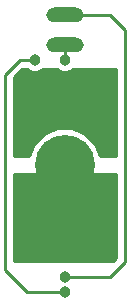
<source format=gbl>
G04 #@! TF.GenerationSoftware,KiCad,Pcbnew,5.0.0-fee4fd1~65~ubuntu17.10.1*
G04 #@! TF.CreationDate,2018-08-22T05:20:18-04:00*
G04 #@! TF.ProjectId,rgb-dots,7267622D646F74732E6B696361645F70,B*
G04 #@! TF.SameCoordinates,Original*
G04 #@! TF.FileFunction,Copper,L2,Bot,Signal*
G04 #@! TF.FilePolarity,Positive*
%FSLAX46Y46*%
G04 Gerber Fmt 4.6, Leading zero omitted, Abs format (unit mm)*
G04 Created by KiCad (PCBNEW 5.0.0-fee4fd1~65~ubuntu17.10.1) date Wed Aug 22 05:20:18 2018*
%MOMM*%
%LPD*%
G01*
G04 APERTURE LIST*
G04 #@! TA.AperFunction,SMDPad,CuDef*
%ADD10O,3.175000X1.270000*%
G04 #@! TD*
G04 #@! TA.AperFunction,ComponentPad*
%ADD11C,5.080000*%
G04 #@! TD*
G04 #@! TA.AperFunction,ViaPad*
%ADD12C,1.016000*%
G04 #@! TD*
G04 #@! TA.AperFunction,SMDPad,CuDef*
%ADD13R,3.810000X2.540000*%
G04 #@! TD*
G04 #@! TA.AperFunction,ViaPad*
%ADD14C,1.270000*%
G04 #@! TD*
G04 #@! TA.AperFunction,ViaPad*
%ADD15C,0.965200*%
G04 #@! TD*
G04 #@! TA.AperFunction,Conductor*
%ADD16C,0.406400*%
G04 #@! TD*
G04 #@! TA.AperFunction,Conductor*
%ADD17C,0.254000*%
G04 #@! TD*
%ADD18C,0.350000*%
G04 APERTURE END LIST*
D10*
G04 #@! TO.P,J1,1*
G04 #@! TO.N,/DIN*
X146050000Y-91440000D03*
G04 #@! TD*
G04 #@! TO.P,J6,1*
G04 #@! TO.N,/DOUT*
X146050000Y-88900000D03*
G04 #@! TD*
D11*
G04 #@! TO.P,H1,P*
G04 #@! TO.N,GND*
X146050000Y-101600000D03*
D12*
G04 #@! TD*
G04 #@! TO.N,GND*
G04 #@! TO.C,H1*
X146050000Y-99695000D03*
G04 #@! TO.N,GND*
G04 #@! TO.C,H1*
X144400222Y-100647500D03*
X144400222Y-102552500D03*
X146050000Y-103505000D03*
X147699778Y-102552500D03*
X147699778Y-100647500D03*
G04 #@! TD*
D13*
G04 #@! TO.P,J2,1*
G04 #@! TO.N,+5V*
X143510000Y-96520000D03*
G04 #@! TD*
G04 #@! TO.P,J3,1*
G04 #@! TO.N,GND*
X143510000Y-106680000D03*
G04 #@! TD*
G04 #@! TO.P,J4,1*
G04 #@! TO.N,+5V*
X148590000Y-96520000D03*
G04 #@! TD*
G04 #@! TO.P,J5,1*
G04 #@! TO.N,GND*
X148590000Y-106680000D03*
G04 #@! TD*
D14*
G04 #@! TO.N,+5V*
X149860000Y-100330000D03*
X149860000Y-99060000D03*
X148618354Y-99031646D03*
X146050000Y-97790000D03*
X146050000Y-95885000D03*
G04 #@! TO.N,GND*
X142240000Y-102870000D03*
X142240000Y-104140000D03*
X143510000Y-104140000D03*
X146050000Y-105410000D03*
X146050000Y-107315000D03*
D15*
G04 #@! TO.N,/DIN*
X146061607Y-92721565D03*
G04 #@! TO.N,/DOUT*
X146050000Y-111125000D03*
G04 #@! TO.N,Net-(U1-Pad2)*
X143509992Y-92710000D03*
X146050000Y-112395000D03*
G04 #@! TD*
D16*
G04 #@! TO.N,+5V*
X149860000Y-99060000D02*
X149860000Y-100330000D01*
X148590000Y-96520000D02*
X148590000Y-99003292D01*
X148590000Y-99003292D02*
X148618354Y-99031646D01*
X149225000Y-96520000D02*
X146685000Y-96520000D01*
X146685000Y-96520000D02*
X146050000Y-95885000D01*
G04 #@! TO.N,GND*
X142240000Y-104140000D02*
X142240000Y-102870000D01*
X143510000Y-106680000D02*
X143510000Y-104140000D01*
X149225000Y-106680000D02*
X146685000Y-106680000D01*
X146685000Y-106680000D02*
X146050000Y-107315000D01*
D17*
G04 #@! TO.N,/DIN*
X146050000Y-92709958D02*
X146061607Y-92721565D01*
X146050000Y-91440000D02*
X146050000Y-92709958D01*
G04 #@! TO.N,/DOUT*
X146050000Y-111125000D02*
X149860000Y-111125000D01*
X149860000Y-111125000D02*
X151130000Y-109855000D01*
X151130000Y-109855000D02*
X151130000Y-90170000D01*
X151130000Y-90170000D02*
X149860000Y-88900000D01*
X149860000Y-88900000D02*
X146050000Y-88900000D01*
G04 #@! TO.N,Net-(U1-Pad2)*
X146050000Y-112395000D02*
X142875000Y-112395000D01*
X142875000Y-112395000D02*
X140970000Y-110490000D01*
X140970000Y-110490000D02*
X140970000Y-93980000D01*
X140970000Y-93980000D02*
X142240000Y-92710000D01*
X142240000Y-92710000D02*
X143509992Y-92710000D01*
G04 #@! TD*
G04 #@! TO.N,+5V*
G36*
X142933723Y-93570821D02*
X143307010Y-93725824D01*
X143711200Y-93726176D01*
X144084758Y-93571825D01*
X144184757Y-93472000D01*
X145375145Y-93472000D01*
X145485338Y-93582386D01*
X145858625Y-93737389D01*
X146262815Y-93737741D01*
X146636373Y-93583390D01*
X146747958Y-93472000D01*
X150368000Y-93472000D01*
X150368000Y-100838000D01*
X149060571Y-100838000D01*
X148657021Y-99861333D01*
X147793214Y-98996018D01*
X146664019Y-98527135D01*
X145441345Y-98526068D01*
X144311333Y-98992979D01*
X143446018Y-99856786D01*
X143038582Y-100838000D01*
X141732000Y-100838000D01*
X141732000Y-94151946D01*
X142411946Y-93472000D01*
X142835075Y-93472000D01*
X142933723Y-93570821D01*
X142933723Y-93570821D01*
G37*
X142933723Y-93570821D02*
X143307010Y-93725824D01*
X143711200Y-93726176D01*
X144084758Y-93571825D01*
X144184757Y-93472000D01*
X145375145Y-93472000D01*
X145485338Y-93582386D01*
X145858625Y-93737389D01*
X146262815Y-93737741D01*
X146636373Y-93583390D01*
X146747958Y-93472000D01*
X150368000Y-93472000D01*
X150368000Y-100838000D01*
X149060571Y-100838000D01*
X148657021Y-99861333D01*
X147793214Y-98996018D01*
X146664019Y-98527135D01*
X145441345Y-98526068D01*
X144311333Y-98992979D01*
X143446018Y-99856786D01*
X143038582Y-100838000D01*
X141732000Y-100838000D01*
X141732000Y-94151946D01*
X142411946Y-93472000D01*
X142835075Y-93472000D01*
X142933723Y-93570821D01*
G04 #@! TO.N,GND*
G36*
X150368000Y-109539369D02*
X150179369Y-109728000D01*
X141732000Y-109728000D01*
X141732000Y-102362000D01*
X150368000Y-102362000D01*
X150368000Y-109539369D01*
X150368000Y-109539369D01*
G37*
X150368000Y-109539369D02*
X150179369Y-109728000D01*
X141732000Y-109728000D01*
X141732000Y-102362000D01*
X150368000Y-102362000D01*
X150368000Y-109539369D01*
G04 #@! TD*
D18*
X149860000Y-100330000D03*
X149860000Y-99060000D03*
X148618354Y-99031646D03*
X146050000Y-97790000D03*
X146050000Y-95885000D03*
X142240000Y-102870000D03*
X142240000Y-104140000D03*
X143510000Y-104140000D03*
X146050000Y-105410000D03*
X146050000Y-107315000D03*
X146061607Y-92721565D03*
X146050000Y-111125000D03*
X143509992Y-92710000D03*
X146050000Y-112395000D03*
X146050000Y-101600000D03*
X146050000Y-99695000D03*
X144400222Y-100647500D03*
X144400222Y-102552500D03*
X146050000Y-103505000D03*
X147699778Y-102552500D03*
X147699778Y-100647500D03*
M02*

</source>
